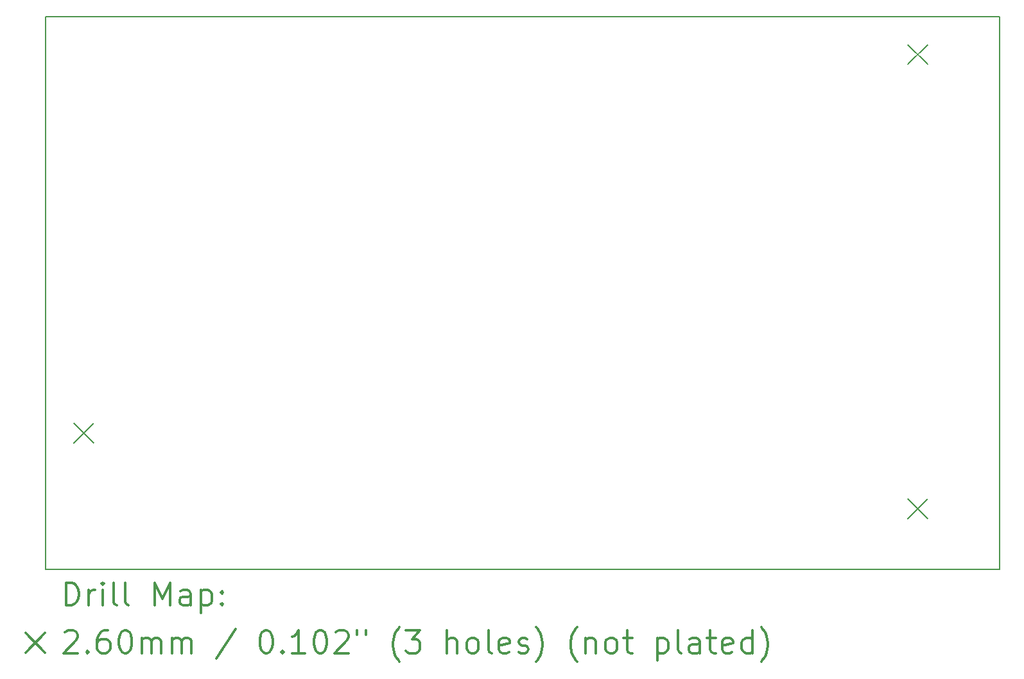
<source format=gbr>
%FSLAX45Y45*%
G04 Gerber Fmt 4.5, Leading zero omitted, Abs format (unit mm)*
G04 Created by KiCad (PCBNEW 4.0.7) date 12/26/17 03:46:04*
%MOMM*%
%LPD*%
G01*
G04 APERTURE LIST*
%ADD10C,0.127000*%
%ADD11C,0.150000*%
%ADD12C,0.200000*%
%ADD13C,0.300000*%
G04 APERTURE END LIST*
D10*
D11*
X8500000Y-6500000D02*
X8500000Y-13800000D01*
X21075000Y-6500000D02*
X8500000Y-6500000D01*
X21075000Y-13800000D02*
X21075000Y-6500000D01*
X8500000Y-13800000D02*
X21075000Y-13800000D01*
D12*
X8870000Y-11870000D02*
X9130000Y-12130000D01*
X9130000Y-11870000D02*
X8870000Y-12130000D01*
X19870000Y-6870000D02*
X20130000Y-7130000D01*
X20130000Y-6870000D02*
X19870000Y-7130000D01*
X19870000Y-12870000D02*
X20130000Y-13130000D01*
X20130000Y-12870000D02*
X19870000Y-13130000D01*
D13*
X8763929Y-14273214D02*
X8763929Y-13973214D01*
X8835357Y-13973214D01*
X8878214Y-13987500D01*
X8906786Y-14016071D01*
X8921071Y-14044643D01*
X8935357Y-14101786D01*
X8935357Y-14144643D01*
X8921071Y-14201786D01*
X8906786Y-14230357D01*
X8878214Y-14258929D01*
X8835357Y-14273214D01*
X8763929Y-14273214D01*
X9063929Y-14273214D02*
X9063929Y-14073214D01*
X9063929Y-14130357D02*
X9078214Y-14101786D01*
X9092500Y-14087500D01*
X9121071Y-14073214D01*
X9149643Y-14073214D01*
X9249643Y-14273214D02*
X9249643Y-14073214D01*
X9249643Y-13973214D02*
X9235357Y-13987500D01*
X9249643Y-14001786D01*
X9263929Y-13987500D01*
X9249643Y-13973214D01*
X9249643Y-14001786D01*
X9435357Y-14273214D02*
X9406786Y-14258929D01*
X9392500Y-14230357D01*
X9392500Y-13973214D01*
X9592500Y-14273214D02*
X9563929Y-14258929D01*
X9549643Y-14230357D01*
X9549643Y-13973214D01*
X9935357Y-14273214D02*
X9935357Y-13973214D01*
X10035357Y-14187500D01*
X10135357Y-13973214D01*
X10135357Y-14273214D01*
X10406786Y-14273214D02*
X10406786Y-14116071D01*
X10392500Y-14087500D01*
X10363929Y-14073214D01*
X10306786Y-14073214D01*
X10278214Y-14087500D01*
X10406786Y-14258929D02*
X10378214Y-14273214D01*
X10306786Y-14273214D01*
X10278214Y-14258929D01*
X10263929Y-14230357D01*
X10263929Y-14201786D01*
X10278214Y-14173214D01*
X10306786Y-14158929D01*
X10378214Y-14158929D01*
X10406786Y-14144643D01*
X10549643Y-14073214D02*
X10549643Y-14373214D01*
X10549643Y-14087500D02*
X10578214Y-14073214D01*
X10635357Y-14073214D01*
X10663929Y-14087500D01*
X10678214Y-14101786D01*
X10692500Y-14130357D01*
X10692500Y-14216071D01*
X10678214Y-14244643D01*
X10663929Y-14258929D01*
X10635357Y-14273214D01*
X10578214Y-14273214D01*
X10549643Y-14258929D01*
X10821071Y-14244643D02*
X10835357Y-14258929D01*
X10821071Y-14273214D01*
X10806786Y-14258929D01*
X10821071Y-14244643D01*
X10821071Y-14273214D01*
X10821071Y-14087500D02*
X10835357Y-14101786D01*
X10821071Y-14116071D01*
X10806786Y-14101786D01*
X10821071Y-14087500D01*
X10821071Y-14116071D01*
X8232500Y-14637500D02*
X8492500Y-14897500D01*
X8492500Y-14637500D02*
X8232500Y-14897500D01*
X8749643Y-14631786D02*
X8763929Y-14617500D01*
X8792500Y-14603214D01*
X8863929Y-14603214D01*
X8892500Y-14617500D01*
X8906786Y-14631786D01*
X8921071Y-14660357D01*
X8921071Y-14688929D01*
X8906786Y-14731786D01*
X8735357Y-14903214D01*
X8921071Y-14903214D01*
X9049643Y-14874643D02*
X9063929Y-14888929D01*
X9049643Y-14903214D01*
X9035357Y-14888929D01*
X9049643Y-14874643D01*
X9049643Y-14903214D01*
X9321071Y-14603214D02*
X9263928Y-14603214D01*
X9235357Y-14617500D01*
X9221071Y-14631786D01*
X9192500Y-14674643D01*
X9178214Y-14731786D01*
X9178214Y-14846071D01*
X9192500Y-14874643D01*
X9206786Y-14888929D01*
X9235357Y-14903214D01*
X9292500Y-14903214D01*
X9321071Y-14888929D01*
X9335357Y-14874643D01*
X9349643Y-14846071D01*
X9349643Y-14774643D01*
X9335357Y-14746071D01*
X9321071Y-14731786D01*
X9292500Y-14717500D01*
X9235357Y-14717500D01*
X9206786Y-14731786D01*
X9192500Y-14746071D01*
X9178214Y-14774643D01*
X9535357Y-14603214D02*
X9563929Y-14603214D01*
X9592500Y-14617500D01*
X9606786Y-14631786D01*
X9621071Y-14660357D01*
X9635357Y-14717500D01*
X9635357Y-14788929D01*
X9621071Y-14846071D01*
X9606786Y-14874643D01*
X9592500Y-14888929D01*
X9563929Y-14903214D01*
X9535357Y-14903214D01*
X9506786Y-14888929D01*
X9492500Y-14874643D01*
X9478214Y-14846071D01*
X9463929Y-14788929D01*
X9463929Y-14717500D01*
X9478214Y-14660357D01*
X9492500Y-14631786D01*
X9506786Y-14617500D01*
X9535357Y-14603214D01*
X9763929Y-14903214D02*
X9763929Y-14703214D01*
X9763929Y-14731786D02*
X9778214Y-14717500D01*
X9806786Y-14703214D01*
X9849643Y-14703214D01*
X9878214Y-14717500D01*
X9892500Y-14746071D01*
X9892500Y-14903214D01*
X9892500Y-14746071D02*
X9906786Y-14717500D01*
X9935357Y-14703214D01*
X9978214Y-14703214D01*
X10006786Y-14717500D01*
X10021071Y-14746071D01*
X10021071Y-14903214D01*
X10163929Y-14903214D02*
X10163929Y-14703214D01*
X10163929Y-14731786D02*
X10178214Y-14717500D01*
X10206786Y-14703214D01*
X10249643Y-14703214D01*
X10278214Y-14717500D01*
X10292500Y-14746071D01*
X10292500Y-14903214D01*
X10292500Y-14746071D02*
X10306786Y-14717500D01*
X10335357Y-14703214D01*
X10378214Y-14703214D01*
X10406786Y-14717500D01*
X10421071Y-14746071D01*
X10421071Y-14903214D01*
X11006786Y-14588929D02*
X10749643Y-14974643D01*
X11392500Y-14603214D02*
X11421071Y-14603214D01*
X11449643Y-14617500D01*
X11463928Y-14631786D01*
X11478214Y-14660357D01*
X11492500Y-14717500D01*
X11492500Y-14788929D01*
X11478214Y-14846071D01*
X11463928Y-14874643D01*
X11449643Y-14888929D01*
X11421071Y-14903214D01*
X11392500Y-14903214D01*
X11363928Y-14888929D01*
X11349643Y-14874643D01*
X11335357Y-14846071D01*
X11321071Y-14788929D01*
X11321071Y-14717500D01*
X11335357Y-14660357D01*
X11349643Y-14631786D01*
X11363928Y-14617500D01*
X11392500Y-14603214D01*
X11621071Y-14874643D02*
X11635357Y-14888929D01*
X11621071Y-14903214D01*
X11606786Y-14888929D01*
X11621071Y-14874643D01*
X11621071Y-14903214D01*
X11921071Y-14903214D02*
X11749643Y-14903214D01*
X11835357Y-14903214D02*
X11835357Y-14603214D01*
X11806785Y-14646071D01*
X11778214Y-14674643D01*
X11749643Y-14688929D01*
X12106785Y-14603214D02*
X12135357Y-14603214D01*
X12163928Y-14617500D01*
X12178214Y-14631786D01*
X12192500Y-14660357D01*
X12206785Y-14717500D01*
X12206785Y-14788929D01*
X12192500Y-14846071D01*
X12178214Y-14874643D01*
X12163928Y-14888929D01*
X12135357Y-14903214D01*
X12106785Y-14903214D01*
X12078214Y-14888929D01*
X12063928Y-14874643D01*
X12049643Y-14846071D01*
X12035357Y-14788929D01*
X12035357Y-14717500D01*
X12049643Y-14660357D01*
X12063928Y-14631786D01*
X12078214Y-14617500D01*
X12106785Y-14603214D01*
X12321071Y-14631786D02*
X12335357Y-14617500D01*
X12363928Y-14603214D01*
X12435357Y-14603214D01*
X12463928Y-14617500D01*
X12478214Y-14631786D01*
X12492500Y-14660357D01*
X12492500Y-14688929D01*
X12478214Y-14731786D01*
X12306785Y-14903214D01*
X12492500Y-14903214D01*
X12606786Y-14603214D02*
X12606786Y-14660357D01*
X12721071Y-14603214D02*
X12721071Y-14660357D01*
X13163928Y-15017500D02*
X13149643Y-15003214D01*
X13121071Y-14960357D01*
X13106785Y-14931786D01*
X13092500Y-14888929D01*
X13078214Y-14817500D01*
X13078214Y-14760357D01*
X13092500Y-14688929D01*
X13106785Y-14646071D01*
X13121071Y-14617500D01*
X13149643Y-14574643D01*
X13163928Y-14560357D01*
X13249643Y-14603214D02*
X13435357Y-14603214D01*
X13335357Y-14717500D01*
X13378214Y-14717500D01*
X13406785Y-14731786D01*
X13421071Y-14746071D01*
X13435357Y-14774643D01*
X13435357Y-14846071D01*
X13421071Y-14874643D01*
X13406785Y-14888929D01*
X13378214Y-14903214D01*
X13292500Y-14903214D01*
X13263928Y-14888929D01*
X13249643Y-14874643D01*
X13792500Y-14903214D02*
X13792500Y-14603214D01*
X13921071Y-14903214D02*
X13921071Y-14746071D01*
X13906785Y-14717500D01*
X13878214Y-14703214D01*
X13835357Y-14703214D01*
X13806785Y-14717500D01*
X13792500Y-14731786D01*
X14106785Y-14903214D02*
X14078214Y-14888929D01*
X14063928Y-14874643D01*
X14049643Y-14846071D01*
X14049643Y-14760357D01*
X14063928Y-14731786D01*
X14078214Y-14717500D01*
X14106785Y-14703214D01*
X14149643Y-14703214D01*
X14178214Y-14717500D01*
X14192500Y-14731786D01*
X14206785Y-14760357D01*
X14206785Y-14846071D01*
X14192500Y-14874643D01*
X14178214Y-14888929D01*
X14149643Y-14903214D01*
X14106785Y-14903214D01*
X14378214Y-14903214D02*
X14349643Y-14888929D01*
X14335357Y-14860357D01*
X14335357Y-14603214D01*
X14606786Y-14888929D02*
X14578214Y-14903214D01*
X14521071Y-14903214D01*
X14492500Y-14888929D01*
X14478214Y-14860357D01*
X14478214Y-14746071D01*
X14492500Y-14717500D01*
X14521071Y-14703214D01*
X14578214Y-14703214D01*
X14606786Y-14717500D01*
X14621071Y-14746071D01*
X14621071Y-14774643D01*
X14478214Y-14803214D01*
X14735357Y-14888929D02*
X14763928Y-14903214D01*
X14821071Y-14903214D01*
X14849643Y-14888929D01*
X14863928Y-14860357D01*
X14863928Y-14846071D01*
X14849643Y-14817500D01*
X14821071Y-14803214D01*
X14778214Y-14803214D01*
X14749643Y-14788929D01*
X14735357Y-14760357D01*
X14735357Y-14746071D01*
X14749643Y-14717500D01*
X14778214Y-14703214D01*
X14821071Y-14703214D01*
X14849643Y-14717500D01*
X14963928Y-15017500D02*
X14978214Y-15003214D01*
X15006786Y-14960357D01*
X15021071Y-14931786D01*
X15035357Y-14888929D01*
X15049643Y-14817500D01*
X15049643Y-14760357D01*
X15035357Y-14688929D01*
X15021071Y-14646071D01*
X15006786Y-14617500D01*
X14978214Y-14574643D01*
X14963928Y-14560357D01*
X15506786Y-15017500D02*
X15492500Y-15003214D01*
X15463928Y-14960357D01*
X15449643Y-14931786D01*
X15435357Y-14888929D01*
X15421071Y-14817500D01*
X15421071Y-14760357D01*
X15435357Y-14688929D01*
X15449643Y-14646071D01*
X15463928Y-14617500D01*
X15492500Y-14574643D01*
X15506786Y-14560357D01*
X15621071Y-14703214D02*
X15621071Y-14903214D01*
X15621071Y-14731786D02*
X15635357Y-14717500D01*
X15663928Y-14703214D01*
X15706786Y-14703214D01*
X15735357Y-14717500D01*
X15749643Y-14746071D01*
X15749643Y-14903214D01*
X15935357Y-14903214D02*
X15906786Y-14888929D01*
X15892500Y-14874643D01*
X15878214Y-14846071D01*
X15878214Y-14760357D01*
X15892500Y-14731786D01*
X15906786Y-14717500D01*
X15935357Y-14703214D01*
X15978214Y-14703214D01*
X16006786Y-14717500D01*
X16021071Y-14731786D01*
X16035357Y-14760357D01*
X16035357Y-14846071D01*
X16021071Y-14874643D01*
X16006786Y-14888929D01*
X15978214Y-14903214D01*
X15935357Y-14903214D01*
X16121071Y-14703214D02*
X16235357Y-14703214D01*
X16163928Y-14603214D02*
X16163928Y-14860357D01*
X16178214Y-14888929D01*
X16206786Y-14903214D01*
X16235357Y-14903214D01*
X16563928Y-14703214D02*
X16563928Y-15003214D01*
X16563928Y-14717500D02*
X16592500Y-14703214D01*
X16649643Y-14703214D01*
X16678214Y-14717500D01*
X16692500Y-14731786D01*
X16706786Y-14760357D01*
X16706786Y-14846071D01*
X16692500Y-14874643D01*
X16678214Y-14888929D01*
X16649643Y-14903214D01*
X16592500Y-14903214D01*
X16563928Y-14888929D01*
X16878214Y-14903214D02*
X16849643Y-14888929D01*
X16835357Y-14860357D01*
X16835357Y-14603214D01*
X17121071Y-14903214D02*
X17121071Y-14746071D01*
X17106786Y-14717500D01*
X17078214Y-14703214D01*
X17021071Y-14703214D01*
X16992500Y-14717500D01*
X17121071Y-14888929D02*
X17092500Y-14903214D01*
X17021071Y-14903214D01*
X16992500Y-14888929D01*
X16978214Y-14860357D01*
X16978214Y-14831786D01*
X16992500Y-14803214D01*
X17021071Y-14788929D01*
X17092500Y-14788929D01*
X17121071Y-14774643D01*
X17221071Y-14703214D02*
X17335357Y-14703214D01*
X17263929Y-14603214D02*
X17263929Y-14860357D01*
X17278214Y-14888929D01*
X17306786Y-14903214D01*
X17335357Y-14903214D01*
X17549643Y-14888929D02*
X17521072Y-14903214D01*
X17463929Y-14903214D01*
X17435357Y-14888929D01*
X17421072Y-14860357D01*
X17421072Y-14746071D01*
X17435357Y-14717500D01*
X17463929Y-14703214D01*
X17521072Y-14703214D01*
X17549643Y-14717500D01*
X17563929Y-14746071D01*
X17563929Y-14774643D01*
X17421072Y-14803214D01*
X17821072Y-14903214D02*
X17821072Y-14603214D01*
X17821072Y-14888929D02*
X17792500Y-14903214D01*
X17735357Y-14903214D01*
X17706786Y-14888929D01*
X17692500Y-14874643D01*
X17678214Y-14846071D01*
X17678214Y-14760357D01*
X17692500Y-14731786D01*
X17706786Y-14717500D01*
X17735357Y-14703214D01*
X17792500Y-14703214D01*
X17821072Y-14717500D01*
X17935357Y-15017500D02*
X17949643Y-15003214D01*
X17978214Y-14960357D01*
X17992500Y-14931786D01*
X18006786Y-14888929D01*
X18021072Y-14817500D01*
X18021072Y-14760357D01*
X18006786Y-14688929D01*
X17992500Y-14646071D01*
X17978214Y-14617500D01*
X17949643Y-14574643D01*
X17935357Y-14560357D01*
M02*

</source>
